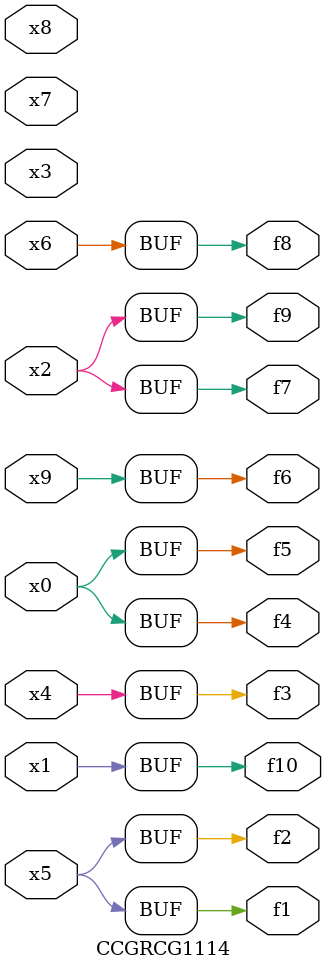
<source format=v>
module CCGRCG1114(
	input x0, x1, x2, x3, x4, x5, x6, x7, x8, x9,
	output f1, f2, f3, f4, f5, f6, f7, f8, f9, f10
);
	assign f1 = x5;
	assign f2 = x5;
	assign f3 = x4;
	assign f4 = x0;
	assign f5 = x0;
	assign f6 = x9;
	assign f7 = x2;
	assign f8 = x6;
	assign f9 = x2;
	assign f10 = x1;
endmodule

</source>
